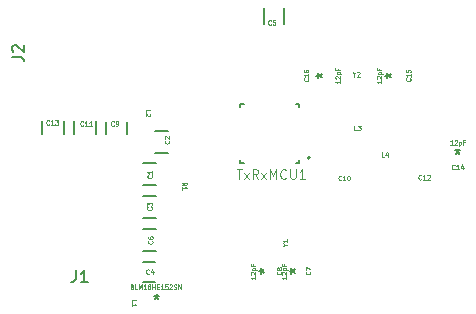
<source format=gbr>
G04 #@! TF.GenerationSoftware,KiCad,Pcbnew,(5.1.7)-1*
G04 #@! TF.CreationDate,2020-11-17T18:58:21-06:00*
G04 #@! TF.ProjectId,RFB,5246422e-6b69-4636-9164-5f7063625858,rev?*
G04 #@! TF.SameCoordinates,Original*
G04 #@! TF.FileFunction,Legend,Top*
G04 #@! TF.FilePolarity,Positive*
%FSLAX46Y46*%
G04 Gerber Fmt 4.6, Leading zero omitted, Abs format (unit mm)*
G04 Created by KiCad (PCBNEW (5.1.7)-1) date 2020-11-17 18:58:21*
%MOMM*%
%LPD*%
G01*
G04 APERTURE LIST*
%ADD10C,0.127000*%
%ADD11C,0.200000*%
%ADD12C,0.012700*%
%ADD13C,0.150000*%
%ADD14C,0.015000*%
%ADD15C,0.017780*%
G04 APERTURE END LIST*
D10*
G04 #@! TO.C,C1*
X114946400Y-71440800D02*
X113846400Y-71440800D01*
X114946400Y-69580800D02*
X113846400Y-69580800D01*
G04 #@! TO.C,C2*
X115941400Y-66815800D02*
X114841400Y-66815800D01*
X115941400Y-68675800D02*
X114841400Y-68675800D01*
G04 #@! TO.C,C3*
X114946400Y-72360800D02*
X113846400Y-72360800D01*
X114946400Y-74220800D02*
X113846400Y-74220800D01*
G04 #@! TO.C,C4*
X114866400Y-79650800D02*
X113866400Y-79650800D01*
X114866400Y-77890800D02*
X113866400Y-77890800D01*
G04 #@! TO.C,C5*
X124040400Y-57800800D02*
X124040400Y-56460800D01*
X125740400Y-57800800D02*
X125740400Y-56460800D01*
G04 #@! TO.C,C6*
X114936400Y-76990800D02*
X113836400Y-76990800D01*
X114936400Y-75130800D02*
X113836400Y-75130800D01*
G04 #@! TO.C,C9*
X110692400Y-66092800D02*
X110692400Y-67092800D01*
X112452400Y-66092800D02*
X112452400Y-67092800D01*
G04 #@! TO.C,C11*
X107986400Y-66020800D02*
X107986400Y-67120800D01*
X109846400Y-66020800D02*
X109846400Y-67120800D01*
G04 #@! TO.C,C13*
X107131400Y-65955800D02*
X107131400Y-67055800D01*
X105271400Y-65955800D02*
X105271400Y-67055800D01*
D11*
G04 #@! TO.C,TxRxMCU1*
X127951400Y-69100800D02*
G75*
G03*
X127951400Y-69100800I-100000J0D01*
G01*
D10*
X122056400Y-64550800D02*
X122351400Y-64550800D01*
X122056400Y-69550800D02*
X122351400Y-69550800D01*
X127056400Y-64550800D02*
X126761400Y-64550800D01*
X127056400Y-69550800D02*
X126761400Y-69550800D01*
X122056400Y-64550800D02*
X122056400Y-64845800D01*
X122056400Y-69550800D02*
X122056400Y-69255800D01*
X127056400Y-64550800D02*
X127056400Y-64845800D01*
X127056400Y-69550800D02*
X127056400Y-69255800D01*
G04 #@! TO.C,C16*
D12*
X127806471Y-62386728D02*
X127824614Y-62404871D01*
X127842757Y-62459300D01*
X127842757Y-62495585D01*
X127824614Y-62550014D01*
X127788328Y-62586300D01*
X127752042Y-62604442D01*
X127679471Y-62622585D01*
X127625042Y-62622585D01*
X127552471Y-62604442D01*
X127516185Y-62586300D01*
X127479900Y-62550014D01*
X127461757Y-62495585D01*
X127461757Y-62459300D01*
X127479900Y-62404871D01*
X127498042Y-62386728D01*
X127842757Y-62023871D02*
X127842757Y-62241585D01*
X127842757Y-62132728D02*
X127461757Y-62132728D01*
X127516185Y-62169014D01*
X127552471Y-62205300D01*
X127570614Y-62241585D01*
X127461757Y-61697300D02*
X127461757Y-61769871D01*
X127479900Y-61806157D01*
X127498042Y-61824300D01*
X127552471Y-61860585D01*
X127625042Y-61878728D01*
X127770185Y-61878728D01*
X127806471Y-61860585D01*
X127824614Y-61842442D01*
X127842757Y-61806157D01*
X127842757Y-61733585D01*
X127824614Y-61697300D01*
X127806471Y-61679157D01*
X127770185Y-61661014D01*
X127679471Y-61661014D01*
X127643185Y-61679157D01*
X127625042Y-61697300D01*
X127606900Y-61733585D01*
X127606900Y-61806157D01*
X127625042Y-61842442D01*
X127643185Y-61860585D01*
X127679471Y-61878728D01*
X130512757Y-62550014D02*
X130512757Y-62767728D01*
X130512757Y-62658871D02*
X130131757Y-62658871D01*
X130186185Y-62695157D01*
X130222471Y-62731442D01*
X130240614Y-62767728D01*
X130168042Y-62404871D02*
X130149900Y-62386728D01*
X130131757Y-62350442D01*
X130131757Y-62259728D01*
X130149900Y-62223442D01*
X130168042Y-62205300D01*
X130204328Y-62187157D01*
X130240614Y-62187157D01*
X130295042Y-62205300D01*
X130512757Y-62423014D01*
X130512757Y-62187157D01*
X130258757Y-62023871D02*
X130639757Y-62023871D01*
X130276900Y-62023871D02*
X130258757Y-61987585D01*
X130258757Y-61915014D01*
X130276900Y-61878728D01*
X130295042Y-61860585D01*
X130331328Y-61842442D01*
X130440185Y-61842442D01*
X130476471Y-61860585D01*
X130494614Y-61878728D01*
X130512757Y-61915014D01*
X130512757Y-61987585D01*
X130494614Y-62023871D01*
X130313185Y-61552157D02*
X130313185Y-61679157D01*
X130512757Y-61679157D02*
X130131757Y-61679157D01*
X130131757Y-61497728D01*
D13*
X128522780Y-62141800D02*
X128760876Y-62141800D01*
X128665638Y-62379895D02*
X128760876Y-62141800D01*
X128665638Y-61903704D01*
X128951352Y-62284657D02*
X128760876Y-62141800D01*
X128951352Y-61998942D01*
G04 #@! TO.C,C15*
D12*
X136448471Y-62386728D02*
X136466614Y-62404871D01*
X136484757Y-62459300D01*
X136484757Y-62495585D01*
X136466614Y-62550014D01*
X136430328Y-62586300D01*
X136394042Y-62604442D01*
X136321471Y-62622585D01*
X136267042Y-62622585D01*
X136194471Y-62604442D01*
X136158185Y-62586300D01*
X136121900Y-62550014D01*
X136103757Y-62495585D01*
X136103757Y-62459300D01*
X136121900Y-62404871D01*
X136140042Y-62386728D01*
X136484757Y-62023871D02*
X136484757Y-62241585D01*
X136484757Y-62132728D02*
X136103757Y-62132728D01*
X136158185Y-62169014D01*
X136194471Y-62205300D01*
X136212614Y-62241585D01*
X136103757Y-61679157D02*
X136103757Y-61860585D01*
X136285185Y-61878728D01*
X136267042Y-61860585D01*
X136248900Y-61824300D01*
X136248900Y-61733585D01*
X136267042Y-61697300D01*
X136285185Y-61679157D01*
X136321471Y-61661014D01*
X136412185Y-61661014D01*
X136448471Y-61679157D01*
X136466614Y-61697300D01*
X136484757Y-61733585D01*
X136484757Y-61824300D01*
X136466614Y-61860585D01*
X136448471Y-61878728D01*
X134026757Y-62550014D02*
X134026757Y-62767728D01*
X134026757Y-62658871D02*
X133645757Y-62658871D01*
X133700185Y-62695157D01*
X133736471Y-62731442D01*
X133754614Y-62767728D01*
X133682042Y-62404871D02*
X133663900Y-62386728D01*
X133645757Y-62350442D01*
X133645757Y-62259728D01*
X133663900Y-62223442D01*
X133682042Y-62205300D01*
X133718328Y-62187157D01*
X133754614Y-62187157D01*
X133809042Y-62205300D01*
X134026757Y-62423014D01*
X134026757Y-62187157D01*
X133772757Y-62023871D02*
X134153757Y-62023871D01*
X133790900Y-62023871D02*
X133772757Y-61987585D01*
X133772757Y-61915014D01*
X133790900Y-61878728D01*
X133809042Y-61860585D01*
X133845328Y-61842442D01*
X133954185Y-61842442D01*
X133990471Y-61860585D01*
X134008614Y-61878728D01*
X134026757Y-61915014D01*
X134026757Y-61987585D01*
X134008614Y-62023871D01*
X133827185Y-61552157D02*
X133827185Y-61679157D01*
X134026757Y-61679157D02*
X133645757Y-61679157D01*
X133645757Y-61497728D01*
D13*
X134364780Y-62141800D02*
X134602876Y-62141800D01*
X134507638Y-62379895D02*
X134602876Y-62141800D01*
X134507638Y-61903704D01*
X134793352Y-62284657D02*
X134602876Y-62141800D01*
X134793352Y-61998942D01*
G04 #@! TO.C,C1*
D14*
X114567007Y-70596416D02*
X114585755Y-70615164D01*
X114604502Y-70671407D01*
X114604502Y-70708902D01*
X114585755Y-70765145D01*
X114548259Y-70802641D01*
X114510764Y-70821388D01*
X114435773Y-70840136D01*
X114379530Y-70840136D01*
X114304540Y-70821388D01*
X114267044Y-70802641D01*
X114229549Y-70765145D01*
X114210801Y-70708902D01*
X114210801Y-70671407D01*
X114229549Y-70615164D01*
X114248297Y-70596416D01*
X114604502Y-70221463D02*
X114604502Y-70446435D01*
X114604502Y-70333949D02*
X114210801Y-70333949D01*
X114267044Y-70371444D01*
X114304540Y-70408940D01*
X114323287Y-70446435D01*
G04 #@! TO.C,C2*
X116016008Y-67671417D02*
X116034756Y-67690165D01*
X116053503Y-67746408D01*
X116053503Y-67783903D01*
X116034756Y-67840146D01*
X115997260Y-67877642D01*
X115959765Y-67896389D01*
X115884774Y-67915137D01*
X115828531Y-67915137D01*
X115753541Y-67896389D01*
X115716045Y-67877642D01*
X115678550Y-67840146D01*
X115659802Y-67783903D01*
X115659802Y-67746408D01*
X115678550Y-67690165D01*
X115697298Y-67671417D01*
X115697298Y-67521436D02*
X115678550Y-67502688D01*
X115659802Y-67465193D01*
X115659802Y-67371455D01*
X115678550Y-67333959D01*
X115697298Y-67315212D01*
X115734793Y-67296464D01*
X115772288Y-67296464D01*
X115828531Y-67315212D01*
X116053503Y-67540184D01*
X116053503Y-67296464D01*
G04 #@! TO.C,C3*
X114537007Y-73286416D02*
X114555755Y-73305164D01*
X114574502Y-73361407D01*
X114574502Y-73398902D01*
X114555755Y-73455145D01*
X114518259Y-73492641D01*
X114480764Y-73511388D01*
X114405773Y-73530136D01*
X114349530Y-73530136D01*
X114274540Y-73511388D01*
X114237044Y-73492641D01*
X114199549Y-73455145D01*
X114180801Y-73398902D01*
X114180801Y-73361407D01*
X114199549Y-73305164D01*
X114218297Y-73286416D01*
X114180801Y-73155183D02*
X114180801Y-72911463D01*
X114330783Y-73042697D01*
X114330783Y-72986454D01*
X114349530Y-72948958D01*
X114368278Y-72930211D01*
X114405773Y-72911463D01*
X114499512Y-72911463D01*
X114537007Y-72930211D01*
X114555755Y-72948958D01*
X114574502Y-72986454D01*
X114574502Y-73098940D01*
X114555755Y-73136435D01*
X114537007Y-73155183D01*
G04 #@! TO.C,C4*
X114350783Y-78911407D02*
X114332035Y-78930155D01*
X114275792Y-78948902D01*
X114238297Y-78948902D01*
X114182054Y-78930155D01*
X114144558Y-78892659D01*
X114125811Y-78855164D01*
X114107063Y-78780173D01*
X114107063Y-78723930D01*
X114125811Y-78648940D01*
X114144558Y-78611444D01*
X114182054Y-78573949D01*
X114238297Y-78555201D01*
X114275792Y-78555201D01*
X114332035Y-78573949D01*
X114350783Y-78592697D01*
X114688241Y-78686435D02*
X114688241Y-78948902D01*
X114594502Y-78536454D02*
X114500764Y-78817669D01*
X114744484Y-78817669D01*
G04 #@! TO.C,C5*
X124668782Y-57807408D02*
X124650034Y-57826156D01*
X124593791Y-57844903D01*
X124556296Y-57844903D01*
X124500053Y-57826156D01*
X124462557Y-57788660D01*
X124443810Y-57751165D01*
X124425062Y-57676174D01*
X124425062Y-57619931D01*
X124443810Y-57544941D01*
X124462557Y-57507445D01*
X124500053Y-57469950D01*
X124556296Y-57451202D01*
X124593791Y-57451202D01*
X124650034Y-57469950D01*
X124668782Y-57488698D01*
X125024987Y-57451202D02*
X124837511Y-57451202D01*
X124818763Y-57638679D01*
X124837511Y-57619931D01*
X124875006Y-57601184D01*
X124968744Y-57601184D01*
X125006240Y-57619931D01*
X125024987Y-57638679D01*
X125043735Y-57676174D01*
X125043735Y-57769913D01*
X125024987Y-57807408D01*
X125006240Y-57826156D01*
X124968744Y-57844903D01*
X124875006Y-57844903D01*
X124837511Y-57826156D01*
X124818763Y-57807408D01*
G04 #@! TO.C,C6*
X114617007Y-76136416D02*
X114635755Y-76155164D01*
X114654502Y-76211407D01*
X114654502Y-76248902D01*
X114635755Y-76305145D01*
X114598259Y-76342641D01*
X114560764Y-76361388D01*
X114485773Y-76380136D01*
X114429530Y-76380136D01*
X114354540Y-76361388D01*
X114317044Y-76342641D01*
X114279549Y-76305145D01*
X114260801Y-76248902D01*
X114260801Y-76211407D01*
X114279549Y-76155164D01*
X114298297Y-76136416D01*
X114260801Y-75798958D02*
X114260801Y-75873949D01*
X114279549Y-75911444D01*
X114298297Y-75930192D01*
X114354540Y-75967687D01*
X114429530Y-75986435D01*
X114579512Y-75986435D01*
X114617007Y-75967687D01*
X114635755Y-75948940D01*
X114654502Y-75911444D01*
X114654502Y-75836454D01*
X114635755Y-75798958D01*
X114617007Y-75780211D01*
X114579512Y-75761463D01*
X114485773Y-75761463D01*
X114448278Y-75780211D01*
X114429530Y-75798958D01*
X114410783Y-75836454D01*
X114410783Y-75911444D01*
X114429530Y-75948940D01*
X114448278Y-75967687D01*
X114485773Y-75986435D01*
G04 #@! TO.C,C7*
D12*
X127972471Y-78744300D02*
X127990614Y-78762442D01*
X128008757Y-78816871D01*
X128008757Y-78853157D01*
X127990614Y-78907585D01*
X127954328Y-78943871D01*
X127918042Y-78962014D01*
X127845471Y-78980157D01*
X127791042Y-78980157D01*
X127718471Y-78962014D01*
X127682185Y-78943871D01*
X127645900Y-78907585D01*
X127627757Y-78853157D01*
X127627757Y-78816871D01*
X127645900Y-78762442D01*
X127664042Y-78744300D01*
X127627757Y-78617300D02*
X127627757Y-78363300D01*
X128008757Y-78526585D01*
X125958757Y-79139014D02*
X125958757Y-79356728D01*
X125958757Y-79247871D02*
X125577757Y-79247871D01*
X125632185Y-79284157D01*
X125668471Y-79320442D01*
X125686614Y-79356728D01*
X125614042Y-78993871D02*
X125595900Y-78975728D01*
X125577757Y-78939442D01*
X125577757Y-78848728D01*
X125595900Y-78812442D01*
X125614042Y-78794300D01*
X125650328Y-78776157D01*
X125686614Y-78776157D01*
X125741042Y-78794300D01*
X125958757Y-79012014D01*
X125958757Y-78776157D01*
X125704757Y-78612871D02*
X126085757Y-78612871D01*
X125722900Y-78612871D02*
X125704757Y-78576585D01*
X125704757Y-78504014D01*
X125722900Y-78467728D01*
X125741042Y-78449585D01*
X125777328Y-78431442D01*
X125886185Y-78431442D01*
X125922471Y-78449585D01*
X125940614Y-78467728D01*
X125958757Y-78504014D01*
X125958757Y-78576585D01*
X125940614Y-78612871D01*
X125759185Y-78141157D02*
X125759185Y-78268157D01*
X125958757Y-78268157D02*
X125577757Y-78268157D01*
X125577757Y-78086728D01*
D13*
X126238780Y-78680800D02*
X126476876Y-78680800D01*
X126381638Y-78918895D02*
X126476876Y-78680800D01*
X126381638Y-78442704D01*
X126667352Y-78823657D02*
X126476876Y-78680800D01*
X126667352Y-78537942D01*
G04 #@! TO.C,C8*
D12*
X125522471Y-78744300D02*
X125540614Y-78762442D01*
X125558757Y-78816871D01*
X125558757Y-78853157D01*
X125540614Y-78907585D01*
X125504328Y-78943871D01*
X125468042Y-78962014D01*
X125395471Y-78980157D01*
X125341042Y-78980157D01*
X125268471Y-78962014D01*
X125232185Y-78943871D01*
X125195900Y-78907585D01*
X125177757Y-78853157D01*
X125177757Y-78816871D01*
X125195900Y-78762442D01*
X125214042Y-78744300D01*
X125341042Y-78526585D02*
X125322900Y-78562871D01*
X125304757Y-78581014D01*
X125268471Y-78599157D01*
X125250328Y-78599157D01*
X125214042Y-78581014D01*
X125195900Y-78562871D01*
X125177757Y-78526585D01*
X125177757Y-78454014D01*
X125195900Y-78417728D01*
X125214042Y-78399585D01*
X125250328Y-78381442D01*
X125268471Y-78381442D01*
X125304757Y-78399585D01*
X125322900Y-78417728D01*
X125341042Y-78454014D01*
X125341042Y-78526585D01*
X125359185Y-78562871D01*
X125377328Y-78581014D01*
X125413614Y-78599157D01*
X125486185Y-78599157D01*
X125522471Y-78581014D01*
X125540614Y-78562871D01*
X125558757Y-78526585D01*
X125558757Y-78454014D01*
X125540614Y-78417728D01*
X125522471Y-78399585D01*
X125486185Y-78381442D01*
X125413614Y-78381442D01*
X125377328Y-78399585D01*
X125359185Y-78417728D01*
X125341042Y-78454014D01*
X123358757Y-79139014D02*
X123358757Y-79356728D01*
X123358757Y-79247871D02*
X122977757Y-79247871D01*
X123032185Y-79284157D01*
X123068471Y-79320442D01*
X123086614Y-79356728D01*
X123014042Y-78993871D02*
X122995900Y-78975728D01*
X122977757Y-78939442D01*
X122977757Y-78848728D01*
X122995900Y-78812442D01*
X123014042Y-78794300D01*
X123050328Y-78776157D01*
X123086614Y-78776157D01*
X123141042Y-78794300D01*
X123358757Y-79012014D01*
X123358757Y-78776157D01*
X123104757Y-78612871D02*
X123485757Y-78612871D01*
X123122900Y-78612871D02*
X123104757Y-78576585D01*
X123104757Y-78504014D01*
X123122900Y-78467728D01*
X123141042Y-78449585D01*
X123177328Y-78431442D01*
X123286185Y-78431442D01*
X123322471Y-78449585D01*
X123340614Y-78467728D01*
X123358757Y-78504014D01*
X123358757Y-78576585D01*
X123340614Y-78612871D01*
X123159185Y-78141157D02*
X123159185Y-78268157D01*
X123358757Y-78268157D02*
X122977757Y-78268157D01*
X122977757Y-78086728D01*
D13*
X123688780Y-78680800D02*
X123926876Y-78680800D01*
X123831638Y-78918895D02*
X123926876Y-78680800D01*
X123831638Y-78442704D01*
X124117352Y-78823657D02*
X123926876Y-78680800D01*
X124117352Y-78537942D01*
G04 #@! TO.C,C9*
D14*
X111368784Y-66365406D02*
X111350036Y-66384154D01*
X111293793Y-66402901D01*
X111256298Y-66402901D01*
X111200055Y-66384154D01*
X111162559Y-66346658D01*
X111143812Y-66309163D01*
X111125064Y-66234172D01*
X111125064Y-66177929D01*
X111143812Y-66102939D01*
X111162559Y-66065443D01*
X111200055Y-66027948D01*
X111256298Y-66009200D01*
X111293793Y-66009200D01*
X111350036Y-66027948D01*
X111368784Y-66046696D01*
X111556260Y-66402901D02*
X111631251Y-66402901D01*
X111668746Y-66384154D01*
X111687494Y-66365406D01*
X111724989Y-66309163D01*
X111743737Y-66234172D01*
X111743737Y-66084191D01*
X111724989Y-66046696D01*
X111706242Y-66027948D01*
X111668746Y-66009200D01*
X111593756Y-66009200D01*
X111556260Y-66027948D01*
X111537513Y-66046696D01*
X111518765Y-66084191D01*
X111518765Y-66177929D01*
X111537513Y-66215425D01*
X111556260Y-66234172D01*
X111593756Y-66252920D01*
X111668746Y-66252920D01*
X111706242Y-66234172D01*
X111724989Y-66215425D01*
X111743737Y-66177929D01*
G04 #@! TO.C,C10*
D12*
X130614131Y-70968331D02*
X130595988Y-70986474D01*
X130541560Y-71004617D01*
X130505274Y-71004617D01*
X130450845Y-70986474D01*
X130414560Y-70950188D01*
X130396417Y-70913902D01*
X130378274Y-70841331D01*
X130378274Y-70786902D01*
X130396417Y-70714331D01*
X130414560Y-70678045D01*
X130450845Y-70641760D01*
X130505274Y-70623617D01*
X130541560Y-70623617D01*
X130595988Y-70641760D01*
X130614131Y-70659902D01*
X130976988Y-71004617D02*
X130759274Y-71004617D01*
X130868131Y-71004617D02*
X130868131Y-70623617D01*
X130831845Y-70678045D01*
X130795560Y-70714331D01*
X130759274Y-70732474D01*
X131212845Y-70623617D02*
X131249131Y-70623617D01*
X131285417Y-70641760D01*
X131303560Y-70659902D01*
X131321702Y-70696188D01*
X131339845Y-70768760D01*
X131339845Y-70859474D01*
X131321702Y-70932045D01*
X131303560Y-70968331D01*
X131285417Y-70986474D01*
X131249131Y-71004617D01*
X131212845Y-71004617D01*
X131176560Y-70986474D01*
X131158417Y-70968331D01*
X131140274Y-70932045D01*
X131122131Y-70859474D01*
X131122131Y-70768760D01*
X131140274Y-70696188D01*
X131158417Y-70659902D01*
X131176560Y-70641760D01*
X131212845Y-70623617D01*
G04 #@! TO.C,C11*
D14*
X108777307Y-66369406D02*
X108758559Y-66388154D01*
X108702316Y-66406901D01*
X108664821Y-66406901D01*
X108608578Y-66388154D01*
X108571083Y-66350658D01*
X108552335Y-66313163D01*
X108533587Y-66238172D01*
X108533587Y-66181929D01*
X108552335Y-66106939D01*
X108571083Y-66069443D01*
X108608578Y-66031948D01*
X108664821Y-66013200D01*
X108702316Y-66013200D01*
X108758559Y-66031948D01*
X108777307Y-66050696D01*
X109152260Y-66406901D02*
X108927288Y-66406901D01*
X109039774Y-66406901D02*
X109039774Y-66013200D01*
X109002279Y-66069443D01*
X108964784Y-66106939D01*
X108927288Y-66125686D01*
X109527214Y-66406901D02*
X109302242Y-66406901D01*
X109414728Y-66406901D02*
X109414728Y-66013200D01*
X109377232Y-66069443D01*
X109339737Y-66106939D01*
X109302242Y-66125686D01*
G04 #@! TO.C,C12*
D12*
X137390051Y-70913251D02*
X137371908Y-70931394D01*
X137317480Y-70949537D01*
X137281194Y-70949537D01*
X137226765Y-70931394D01*
X137190480Y-70895108D01*
X137172337Y-70858822D01*
X137154194Y-70786251D01*
X137154194Y-70731822D01*
X137172337Y-70659251D01*
X137190480Y-70622965D01*
X137226765Y-70586680D01*
X137281194Y-70568537D01*
X137317480Y-70568537D01*
X137371908Y-70586680D01*
X137390051Y-70604822D01*
X137752908Y-70949537D02*
X137535194Y-70949537D01*
X137644051Y-70949537D02*
X137644051Y-70568537D01*
X137607765Y-70622965D01*
X137571480Y-70659251D01*
X137535194Y-70677394D01*
X137898051Y-70604822D02*
X137916194Y-70586680D01*
X137952480Y-70568537D01*
X138043194Y-70568537D01*
X138079480Y-70586680D01*
X138097622Y-70604822D01*
X138115765Y-70641108D01*
X138115765Y-70677394D01*
X138097622Y-70731822D01*
X137879908Y-70949537D01*
X138115765Y-70949537D01*
G04 #@! TO.C,C13*
D14*
X105898306Y-66273407D02*
X105879558Y-66292155D01*
X105823315Y-66310902D01*
X105785820Y-66310902D01*
X105729577Y-66292155D01*
X105692082Y-66254659D01*
X105673334Y-66217164D01*
X105654586Y-66142173D01*
X105654586Y-66085930D01*
X105673334Y-66010940D01*
X105692082Y-65973444D01*
X105729577Y-65935949D01*
X105785820Y-65917201D01*
X105823315Y-65917201D01*
X105879558Y-65935949D01*
X105898306Y-65954697D01*
X106273259Y-66310902D02*
X106048287Y-66310902D01*
X106160773Y-66310902D02*
X106160773Y-65917201D01*
X106123278Y-65973444D01*
X106085783Y-66010940D01*
X106048287Y-66029687D01*
X106404493Y-65917201D02*
X106648213Y-65917201D01*
X106516979Y-66067183D01*
X106573222Y-66067183D01*
X106610717Y-66085930D01*
X106629465Y-66104678D01*
X106648213Y-66142173D01*
X106648213Y-66235912D01*
X106629465Y-66273407D01*
X106610717Y-66292155D01*
X106573222Y-66310902D01*
X106460736Y-66310902D01*
X106423241Y-66292155D01*
X106404493Y-66273407D01*
G04 #@! TO.C,C14*
D12*
X140230071Y-70036071D02*
X140211928Y-70054214D01*
X140157500Y-70072357D01*
X140121214Y-70072357D01*
X140066785Y-70054214D01*
X140030500Y-70017928D01*
X140012357Y-69981642D01*
X139994214Y-69909071D01*
X139994214Y-69854642D01*
X140012357Y-69782071D01*
X140030500Y-69745785D01*
X140066785Y-69709500D01*
X140121214Y-69691357D01*
X140157500Y-69691357D01*
X140211928Y-69709500D01*
X140230071Y-69727642D01*
X140592928Y-70072357D02*
X140375214Y-70072357D01*
X140484071Y-70072357D02*
X140484071Y-69691357D01*
X140447785Y-69745785D01*
X140411500Y-69782071D01*
X140375214Y-69800214D01*
X140919500Y-69818357D02*
X140919500Y-70072357D01*
X140828785Y-69673214D02*
X140738071Y-69945357D01*
X140973928Y-69945357D01*
X140066785Y-67997357D02*
X139849071Y-67997357D01*
X139957928Y-67997357D02*
X139957928Y-67616357D01*
X139921642Y-67670785D01*
X139885357Y-67707071D01*
X139849071Y-67725214D01*
X140211928Y-67652642D02*
X140230071Y-67634500D01*
X140266357Y-67616357D01*
X140357071Y-67616357D01*
X140393357Y-67634500D01*
X140411500Y-67652642D01*
X140429642Y-67688928D01*
X140429642Y-67725214D01*
X140411500Y-67779642D01*
X140193785Y-67997357D01*
X140429642Y-67997357D01*
X140592928Y-67743357D02*
X140592928Y-68124357D01*
X140592928Y-67761500D02*
X140629214Y-67743357D01*
X140701785Y-67743357D01*
X140738071Y-67761500D01*
X140756214Y-67779642D01*
X140774357Y-67815928D01*
X140774357Y-67924785D01*
X140756214Y-67961071D01*
X140738071Y-67979214D01*
X140701785Y-67997357D01*
X140629214Y-67997357D01*
X140592928Y-67979214D01*
X141064642Y-67797785D02*
X140937642Y-67797785D01*
X140937642Y-67997357D02*
X140937642Y-67616357D01*
X141119071Y-67616357D01*
D13*
X140475000Y-68327380D02*
X140475000Y-68565476D01*
X140236904Y-68470238D02*
X140475000Y-68565476D01*
X140713095Y-68470238D01*
X140332142Y-68755952D02*
X140475000Y-68565476D01*
X140617857Y-68755952D01*
G04 #@! TO.C,J1*
X108158066Y-78628180D02*
X108158066Y-79342466D01*
X108110447Y-79485323D01*
X108015209Y-79580561D01*
X107872352Y-79628180D01*
X107777114Y-79628180D01*
X109158066Y-79628180D02*
X108586638Y-79628180D01*
X108872352Y-79628180D02*
X108872352Y-78628180D01*
X108777114Y-78771038D01*
X108681876Y-78866276D01*
X108586638Y-78913895D01*
G04 #@! TO.C,L1*
D12*
X112879042Y-81367300D02*
X112879042Y-81185871D01*
X113260042Y-81185871D01*
X112879042Y-81693871D02*
X112879042Y-81476157D01*
X112879042Y-81585014D02*
X113260042Y-81585014D01*
X113205614Y-81548728D01*
X113169328Y-81512442D01*
X113151185Y-81476157D01*
X112908614Y-80011585D02*
X112963042Y-80029728D01*
X112981185Y-80047871D01*
X112999328Y-80084157D01*
X112999328Y-80138585D01*
X112981185Y-80174871D01*
X112963042Y-80193014D01*
X112926757Y-80211157D01*
X112781614Y-80211157D01*
X112781614Y-79830157D01*
X112908614Y-79830157D01*
X112944900Y-79848300D01*
X112963042Y-79866442D01*
X112981185Y-79902728D01*
X112981185Y-79939014D01*
X112963042Y-79975300D01*
X112944900Y-79993442D01*
X112908614Y-80011585D01*
X112781614Y-80011585D01*
X113344042Y-80211157D02*
X113162614Y-80211157D01*
X113162614Y-79830157D01*
X113471042Y-80211157D02*
X113471042Y-79830157D01*
X113598042Y-80102300D01*
X113725042Y-79830157D01*
X113725042Y-80211157D01*
X114106042Y-80211157D02*
X113888328Y-80211157D01*
X113997185Y-80211157D02*
X113997185Y-79830157D01*
X113960900Y-79884585D01*
X113924614Y-79920871D01*
X113888328Y-79939014D01*
X114323757Y-79993442D02*
X114287471Y-79975300D01*
X114269328Y-79957157D01*
X114251185Y-79920871D01*
X114251185Y-79902728D01*
X114269328Y-79866442D01*
X114287471Y-79848300D01*
X114323757Y-79830157D01*
X114396328Y-79830157D01*
X114432614Y-79848300D01*
X114450757Y-79866442D01*
X114468900Y-79902728D01*
X114468900Y-79920871D01*
X114450757Y-79957157D01*
X114432614Y-79975300D01*
X114396328Y-79993442D01*
X114323757Y-79993442D01*
X114287471Y-80011585D01*
X114269328Y-80029728D01*
X114251185Y-80066014D01*
X114251185Y-80138585D01*
X114269328Y-80174871D01*
X114287471Y-80193014D01*
X114323757Y-80211157D01*
X114396328Y-80211157D01*
X114432614Y-80193014D01*
X114450757Y-80174871D01*
X114468900Y-80138585D01*
X114468900Y-80066014D01*
X114450757Y-80029728D01*
X114432614Y-80011585D01*
X114396328Y-79993442D01*
X114632185Y-80211157D02*
X114632185Y-79830157D01*
X114632185Y-80011585D02*
X114849900Y-80011585D01*
X114849900Y-80211157D02*
X114849900Y-79830157D01*
X115031328Y-80011585D02*
X115158328Y-80011585D01*
X115212757Y-80211157D02*
X115031328Y-80211157D01*
X115031328Y-79830157D01*
X115212757Y-79830157D01*
X115575614Y-80211157D02*
X115357900Y-80211157D01*
X115466757Y-80211157D02*
X115466757Y-79830157D01*
X115430471Y-79884585D01*
X115394185Y-79920871D01*
X115357900Y-79939014D01*
X115920328Y-79830157D02*
X115738900Y-79830157D01*
X115720757Y-80011585D01*
X115738900Y-79993442D01*
X115775185Y-79975300D01*
X115865900Y-79975300D01*
X115902185Y-79993442D01*
X115920328Y-80011585D01*
X115938471Y-80047871D01*
X115938471Y-80138585D01*
X115920328Y-80174871D01*
X115902185Y-80193014D01*
X115865900Y-80211157D01*
X115775185Y-80211157D01*
X115738900Y-80193014D01*
X115720757Y-80174871D01*
X116083614Y-79866442D02*
X116101757Y-79848300D01*
X116138042Y-79830157D01*
X116228757Y-79830157D01*
X116265042Y-79848300D01*
X116283185Y-79866442D01*
X116301328Y-79902728D01*
X116301328Y-79939014D01*
X116283185Y-79993442D01*
X116065471Y-80211157D01*
X116301328Y-80211157D01*
X116446471Y-80193014D02*
X116500900Y-80211157D01*
X116591614Y-80211157D01*
X116627900Y-80193014D01*
X116646042Y-80174871D01*
X116664185Y-80138585D01*
X116664185Y-80102300D01*
X116646042Y-80066014D01*
X116627900Y-80047871D01*
X116591614Y-80029728D01*
X116519042Y-80011585D01*
X116482757Y-79993442D01*
X116464614Y-79975300D01*
X116446471Y-79939014D01*
X116446471Y-79902728D01*
X116464614Y-79866442D01*
X116482757Y-79848300D01*
X116519042Y-79830157D01*
X116609757Y-79830157D01*
X116664185Y-79848300D01*
X116827471Y-80211157D02*
X116827471Y-79830157D01*
X117045185Y-80211157D01*
X117045185Y-79830157D01*
D13*
X114991400Y-80673180D02*
X114991400Y-80911276D01*
X114753304Y-80816038D02*
X114991400Y-80911276D01*
X115229495Y-80816038D01*
X114848542Y-81101752D02*
X114991400Y-80911276D01*
X115134257Y-81101752D01*
G04 #@! TO.C,L2*
D15*
X114048042Y-65263300D02*
X114048042Y-65081871D01*
X114429042Y-65081871D01*
X114392757Y-65372157D02*
X114410900Y-65390300D01*
X114429042Y-65426585D01*
X114429042Y-65517300D01*
X114410900Y-65553585D01*
X114392757Y-65571728D01*
X114356471Y-65589871D01*
X114320185Y-65589871D01*
X114265757Y-65571728D01*
X114048042Y-65354014D01*
X114048042Y-65589871D01*
G04 #@! TO.C,L3*
D14*
X131913583Y-66776902D02*
X131726106Y-66776902D01*
X131726106Y-66383201D01*
X132007321Y-66383201D02*
X132251041Y-66383201D01*
X132119807Y-66533183D01*
X132176050Y-66533183D01*
X132213545Y-66551930D01*
X132232293Y-66570678D01*
X132251041Y-66608173D01*
X132251041Y-66701912D01*
X132232293Y-66739407D01*
X132213545Y-66758155D01*
X132176050Y-66776902D01*
X132063564Y-66776902D01*
X132026069Y-66758155D01*
X132007321Y-66739407D01*
G04 #@! TO.C,L4*
X134246243Y-69002742D02*
X134058766Y-69002742D01*
X134058766Y-68609041D01*
X134546205Y-68740275D02*
X134546205Y-69002742D01*
X134452467Y-68590294D02*
X134358729Y-68871509D01*
X134602448Y-68871509D01*
G04 #@! TO.C,R1*
X117136297Y-71425183D02*
X117323773Y-71293949D01*
X117136297Y-71200211D02*
X117529998Y-71200211D01*
X117529998Y-71350192D01*
X117511250Y-71387687D01*
X117492502Y-71406435D01*
X117455007Y-71425183D01*
X117398764Y-71425183D01*
X117361269Y-71406435D01*
X117342521Y-71387687D01*
X117323773Y-71350192D01*
X117323773Y-71200211D01*
X117136297Y-71800136D02*
X117136297Y-71575164D01*
X117136297Y-71687650D02*
X117529998Y-71687650D01*
X117473755Y-71650155D01*
X117436259Y-71612659D01*
X117417512Y-71575164D01*
G04 #@! TO.C,TxRxMCU1*
X121757066Y-70092704D02*
X122214209Y-70092704D01*
X121985638Y-70892704D02*
X121985638Y-70092704D01*
X122404685Y-70892704D02*
X122823733Y-70359371D01*
X122404685Y-70359371D02*
X122823733Y-70892704D01*
X123585638Y-70892704D02*
X123318971Y-70511752D01*
X123128495Y-70892704D02*
X123128495Y-70092704D01*
X123433257Y-70092704D01*
X123509447Y-70130800D01*
X123547542Y-70168895D01*
X123585638Y-70245085D01*
X123585638Y-70359371D01*
X123547542Y-70435561D01*
X123509447Y-70473657D01*
X123433257Y-70511752D01*
X123128495Y-70511752D01*
X123852304Y-70892704D02*
X124271352Y-70359371D01*
X123852304Y-70359371D02*
X124271352Y-70892704D01*
X124576114Y-70892704D02*
X124576114Y-70092704D01*
X124842780Y-70664133D01*
X125109447Y-70092704D01*
X125109447Y-70892704D01*
X125947542Y-70816514D02*
X125909447Y-70854609D01*
X125795161Y-70892704D01*
X125718971Y-70892704D01*
X125604685Y-70854609D01*
X125528495Y-70778419D01*
X125490400Y-70702228D01*
X125452304Y-70549847D01*
X125452304Y-70435561D01*
X125490400Y-70283180D01*
X125528495Y-70206990D01*
X125604685Y-70130800D01*
X125718971Y-70092704D01*
X125795161Y-70092704D01*
X125909447Y-70130800D01*
X125947542Y-70168895D01*
X126290400Y-70092704D02*
X126290400Y-70740323D01*
X126328495Y-70816514D01*
X126366590Y-70854609D01*
X126442780Y-70892704D01*
X126595161Y-70892704D01*
X126671352Y-70854609D01*
X126709447Y-70816514D01*
X126747542Y-70740323D01*
X126747542Y-70092704D01*
X127547542Y-70892704D02*
X127090400Y-70892704D01*
X127318971Y-70892704D02*
X127318971Y-70092704D01*
X127242780Y-70206990D01*
X127166590Y-70283180D01*
X127090400Y-70321276D01*
G04 #@! TO.C,Y1*
D12*
X125877328Y-76462228D02*
X126058757Y-76462228D01*
X125677757Y-76589228D02*
X125877328Y-76462228D01*
X125677757Y-76335228D01*
X126058757Y-76008657D02*
X126058757Y-76226371D01*
X126058757Y-76117514D02*
X125677757Y-76117514D01*
X125732185Y-76153800D01*
X125768471Y-76190085D01*
X125786614Y-76226371D01*
G04 #@! TO.C,Y2*
X131724971Y-62046728D02*
X131724971Y-62228157D01*
X131597971Y-61847157D02*
X131724971Y-62046728D01*
X131851971Y-61847157D01*
X131960828Y-61883442D02*
X131978971Y-61865300D01*
X132015257Y-61847157D01*
X132105971Y-61847157D01*
X132142257Y-61865300D01*
X132160400Y-61883442D01*
X132178542Y-61919728D01*
X132178542Y-61956014D01*
X132160400Y-62010442D01*
X131942685Y-62228157D01*
X132178542Y-62228157D01*
G04 #@! TO.C,J2*
D13*
X102763780Y-60569133D02*
X103478066Y-60569133D01*
X103620923Y-60616752D01*
X103716161Y-60711990D01*
X103763780Y-60854847D01*
X103763780Y-60950085D01*
X102859019Y-60140561D02*
X102811400Y-60092942D01*
X102763780Y-59997704D01*
X102763780Y-59759609D01*
X102811400Y-59664371D01*
X102859019Y-59616752D01*
X102954257Y-59569133D01*
X103049495Y-59569133D01*
X103192352Y-59616752D01*
X103763780Y-60188180D01*
X103763780Y-59569133D01*
G04 #@! TD*
M02*

</source>
